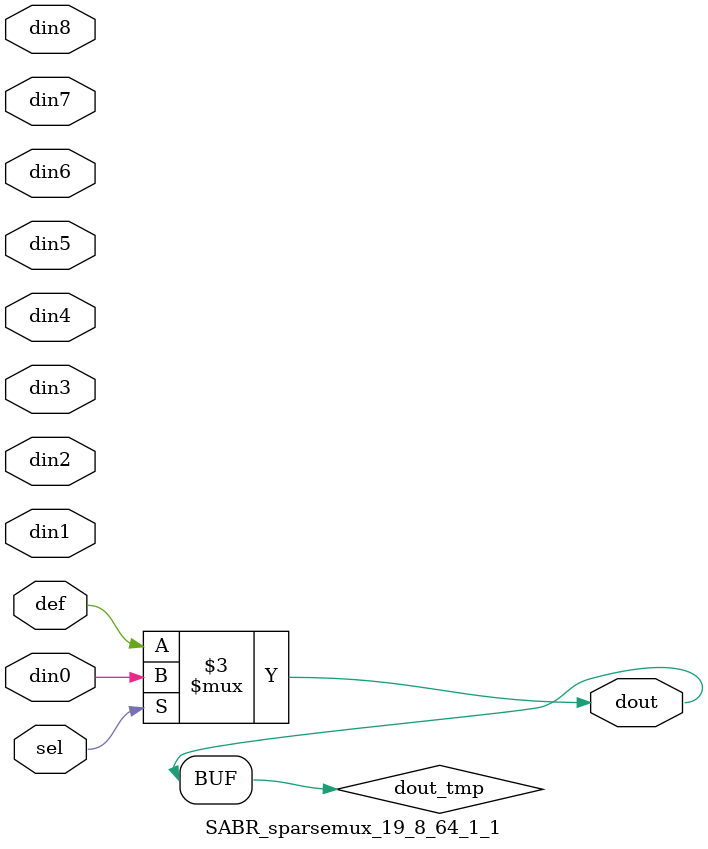
<source format=v>
`timescale 1ns / 1ps

module SABR_sparsemux_19_8_64_1_1 (din0,din1,din2,din3,din4,din5,din6,din7,din8,def,sel,dout);

parameter din0_WIDTH = 1;

parameter din1_WIDTH = 1;

parameter din2_WIDTH = 1;

parameter din3_WIDTH = 1;

parameter din4_WIDTH = 1;

parameter din5_WIDTH = 1;

parameter din6_WIDTH = 1;

parameter din7_WIDTH = 1;

parameter din8_WIDTH = 1;

parameter def_WIDTH = 1;
parameter sel_WIDTH = 1;
parameter dout_WIDTH = 1;

parameter [sel_WIDTH-1:0] CASE0 = 1;

parameter [sel_WIDTH-1:0] CASE1 = 1;

parameter [sel_WIDTH-1:0] CASE2 = 1;

parameter [sel_WIDTH-1:0] CASE3 = 1;

parameter [sel_WIDTH-1:0] CASE4 = 1;

parameter [sel_WIDTH-1:0] CASE5 = 1;

parameter [sel_WIDTH-1:0] CASE6 = 1;

parameter [sel_WIDTH-1:0] CASE7 = 1;

parameter [sel_WIDTH-1:0] CASE8 = 1;

parameter ID = 1;
parameter NUM_STAGE = 1;



input [din0_WIDTH-1:0] din0;

input [din1_WIDTH-1:0] din1;

input [din2_WIDTH-1:0] din2;

input [din3_WIDTH-1:0] din3;

input [din4_WIDTH-1:0] din4;

input [din5_WIDTH-1:0] din5;

input [din6_WIDTH-1:0] din6;

input [din7_WIDTH-1:0] din7;

input [din8_WIDTH-1:0] din8;

input [def_WIDTH-1:0] def;
input [sel_WIDTH-1:0] sel;

output [dout_WIDTH-1:0] dout;



reg [dout_WIDTH-1:0] dout_tmp;


always @ (*) begin
(* parallel_case *) case (sel)
    
    CASE0 : dout_tmp = din0;
    
    CASE1 : dout_tmp = din1;
    
    CASE2 : dout_tmp = din2;
    
    CASE3 : dout_tmp = din3;
    
    CASE4 : dout_tmp = din4;
    
    CASE5 : dout_tmp = din5;
    
    CASE6 : dout_tmp = din6;
    
    CASE7 : dout_tmp = din7;
    
    CASE8 : dout_tmp = din8;
    
    default : dout_tmp = def;
endcase
end


assign dout = dout_tmp;



endmodule

</source>
